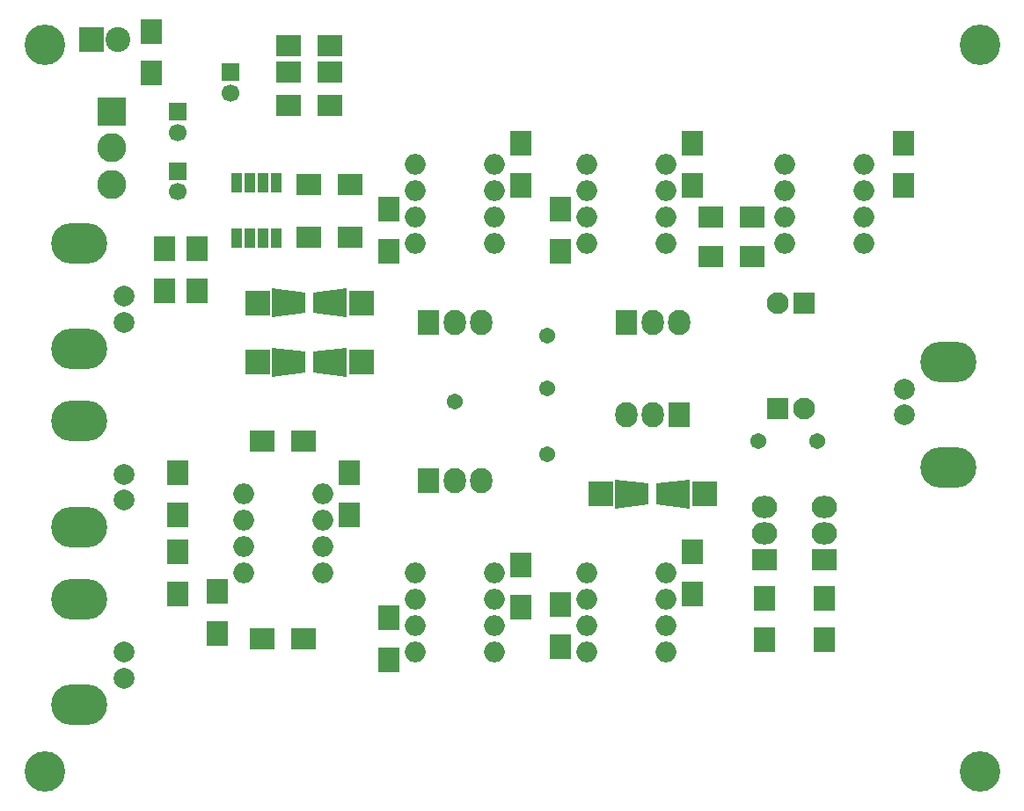
<source format=gts>
G04 #@! TF.FileFunction,Soldermask,Top*
%FSLAX46Y46*%
G04 Gerber Fmt 4.6, Leading zero omitted, Abs format (unit mm)*
G04 Created by KiCad (PCBNEW 4.0.1-stable) date 30/08/2016 2:09:59 p.m.*
%MOMM*%
G01*
G04 APERTURE LIST*
%ADD10C,0.100000*%
%ADD11R,2.127200X2.432000*%
%ADD12O,2.127200X2.432000*%
%ADD13C,3.900120*%
%ADD14O,5.401260X3.900120*%
%ADD15C,2.000200*%
%ADD16R,2.100000X2.400000*%
%ADD17R,1.700000X1.700000*%
%ADD18C,1.700000*%
%ADD19R,2.000000X2.400000*%
%ADD20R,2.400000X2.000000*%
%ADD21C,2.099260*%
%ADD22R,2.099260X2.099260*%
%ADD23R,2.400000X2.100000*%
%ADD24O,2.000000X2.000000*%
%ADD25C,1.543000*%
%ADD26R,2.432000X2.127200*%
%ADD27O,2.432000X2.127200*%
%ADD28R,2.398980X2.398980*%
%ADD29C,2.800000*%
%ADD30R,2.800000X2.800000*%
%ADD31R,2.400000X2.400000*%
%ADD32C,2.400000*%
%ADD33R,1.000000X1.950000*%
G04 APERTURE END LIST*
D10*
D11*
X41910000Y-31750000D03*
D12*
X44450000Y-31750000D03*
X46990000Y-31750000D03*
D13*
X5001260Y-75008740D03*
X5001260Y-5008880D03*
X95001080Y-5008880D03*
X95001080Y-75008740D03*
D14*
X8356600Y-34307780D03*
X8356600Y-24109680D03*
D15*
X12621260Y-29210000D03*
X12621260Y-31709360D03*
D16*
X17780000Y-50260000D03*
X17780000Y-46260000D03*
D17*
X17780000Y-11430000D03*
D18*
X17780000Y-13430000D03*
D17*
X17780000Y-17145000D03*
D18*
X17780000Y-19145000D03*
D17*
X22860000Y-7620000D03*
D18*
X22860000Y-9620000D03*
D19*
X21590000Y-61690000D03*
X21590000Y-57690000D03*
X34290000Y-46260000D03*
X34290000Y-50260000D03*
X54610000Y-20860000D03*
X54610000Y-24860000D03*
X50800000Y-14510000D03*
X50800000Y-18510000D03*
X38100000Y-60230000D03*
X38100000Y-64230000D03*
X50800000Y-55150000D03*
X50800000Y-59150000D03*
X38100000Y-20860000D03*
X38100000Y-24860000D03*
X67310000Y-53880000D03*
X67310000Y-57880000D03*
X54610000Y-58960000D03*
X54610000Y-62960000D03*
X67310000Y-14510000D03*
X67310000Y-18510000D03*
D20*
X69120000Y-25400000D03*
X73120000Y-25400000D03*
D19*
X87630000Y-14510000D03*
X87630000Y-18510000D03*
D21*
X78107540Y-40005520D03*
D22*
X78107540Y-29845520D03*
D16*
X17780000Y-53880000D03*
X17780000Y-57880000D03*
D23*
X29940000Y-43180000D03*
X25940000Y-43180000D03*
X25940000Y-62230000D03*
X29940000Y-62230000D03*
D16*
X15240000Y-7715000D03*
X15240000Y-3715000D03*
D23*
X73120000Y-21590000D03*
X69120000Y-21590000D03*
D24*
X24130000Y-48260000D03*
X24130000Y-50800000D03*
X24130000Y-53340000D03*
X24130000Y-55880000D03*
X31750000Y-55880000D03*
X31750000Y-53340000D03*
X31750000Y-50800000D03*
X31750000Y-48260000D03*
X40640000Y-16510000D03*
X40640000Y-19050000D03*
X40640000Y-21590000D03*
X40640000Y-24130000D03*
X48260000Y-24130000D03*
X48260000Y-21590000D03*
X48260000Y-19050000D03*
X48260000Y-16510000D03*
X40640000Y-55880000D03*
X40640000Y-58420000D03*
X40640000Y-60960000D03*
X40640000Y-63500000D03*
X48260000Y-63500000D03*
X48260000Y-60960000D03*
X48260000Y-58420000D03*
X48260000Y-55880000D03*
X57150000Y-55880000D03*
X57150000Y-58420000D03*
X57150000Y-60960000D03*
X57150000Y-63500000D03*
X64770000Y-63500000D03*
X64770000Y-60960000D03*
X64770000Y-58420000D03*
X64770000Y-55880000D03*
X57150000Y-16510000D03*
X57150000Y-19050000D03*
X57150000Y-21590000D03*
X57150000Y-24130000D03*
X64770000Y-24130000D03*
X64770000Y-21590000D03*
X64770000Y-19050000D03*
X64770000Y-16510000D03*
X76200000Y-16510000D03*
X76200000Y-19050000D03*
X76200000Y-21590000D03*
X76200000Y-24130000D03*
X83820000Y-24130000D03*
X83820000Y-21590000D03*
X83820000Y-19050000D03*
X83820000Y-16510000D03*
D25*
X44450000Y-39370000D03*
X53340000Y-33020000D03*
X53340000Y-38100000D03*
X53340000Y-44450000D03*
X73660000Y-43180000D03*
D19*
X74295000Y-62325000D03*
X74295000Y-58325000D03*
D11*
X66040000Y-40640000D03*
D12*
X63500000Y-40640000D03*
X60960000Y-40640000D03*
D11*
X60960000Y-31750000D03*
D12*
X63500000Y-31750000D03*
X66040000Y-31750000D03*
D26*
X74295000Y-54610000D03*
D27*
X74295000Y-52070000D03*
X74295000Y-49530000D03*
D11*
X41910000Y-46990000D03*
D12*
X44450000Y-46990000D03*
X46990000Y-46990000D03*
D10*
G36*
X26881480Y-31243880D02*
X26881480Y-28446120D01*
X30080560Y-28844900D01*
X30080560Y-30845100D01*
X26881480Y-31243880D01*
X26881480Y-31243880D01*
G37*
G36*
X34078520Y-28446120D02*
X34078520Y-31243880D01*
X30879440Y-30845100D01*
X30879440Y-28844900D01*
X34078520Y-28446120D01*
X34078520Y-28446120D01*
G37*
D28*
X25478740Y-29845000D03*
X35481260Y-29845000D03*
D10*
G36*
X59901480Y-49658880D02*
X59901480Y-46861120D01*
X63100560Y-47259900D01*
X63100560Y-49260100D01*
X59901480Y-49658880D01*
X59901480Y-49658880D01*
G37*
G36*
X67098520Y-46861120D02*
X67098520Y-49658880D01*
X63899440Y-49260100D01*
X63899440Y-47259900D01*
X67098520Y-46861120D01*
X67098520Y-46861120D01*
G37*
D28*
X58498740Y-48260000D03*
X68501260Y-48260000D03*
D10*
G36*
X34078520Y-34161120D02*
X34078520Y-36958880D01*
X30879440Y-36560100D01*
X30879440Y-34559900D01*
X34078520Y-34161120D01*
X34078520Y-34161120D01*
G37*
G36*
X26881480Y-36958880D02*
X26881480Y-34161120D01*
X30080560Y-34559900D01*
X30080560Y-36560100D01*
X26881480Y-36958880D01*
X26881480Y-36958880D01*
G37*
D28*
X35481260Y-35560000D03*
X25478740Y-35560000D03*
D14*
X8356600Y-51452780D03*
X8356600Y-41254680D03*
D15*
X12621260Y-46355000D03*
X12621260Y-48854360D03*
D14*
X8356600Y-68597780D03*
X8356600Y-58399680D03*
D15*
X12621260Y-63500000D03*
X12621260Y-65999360D03*
D14*
X91973400Y-35542220D03*
X91973400Y-45740320D03*
D15*
X87708740Y-40640000D03*
X87708740Y-38140640D03*
D29*
X11430000Y-14930000D03*
X11430000Y-18430000D03*
D30*
X11430000Y-11430000D03*
D19*
X80010000Y-62325000D03*
X80010000Y-58325000D03*
D26*
X80010000Y-54610000D03*
D27*
X80010000Y-52070000D03*
X80010000Y-49530000D03*
D25*
X79375000Y-43180000D03*
D21*
X75562460Y-29844480D03*
D22*
X75562460Y-40004480D03*
D31*
X9525000Y-4445000D03*
D32*
X12065000Y-4445000D03*
D20*
X28480000Y-10795000D03*
X32480000Y-10795000D03*
D16*
X16510000Y-24670000D03*
X16510000Y-28670000D03*
D23*
X28480000Y-5080000D03*
X32480000Y-5080000D03*
X28480000Y-7620000D03*
X32480000Y-7620000D03*
X34385000Y-18415000D03*
X30385000Y-18415000D03*
X34385000Y-23495000D03*
X30385000Y-23495000D03*
D16*
X19685000Y-24670000D03*
X19685000Y-28670000D03*
D33*
X27305000Y-18255000D03*
X26035000Y-18255000D03*
X24765000Y-18255000D03*
X23495000Y-18255000D03*
X23495000Y-23655000D03*
X24765000Y-23655000D03*
X26035000Y-23655000D03*
X27305000Y-23655000D03*
M02*

</source>
